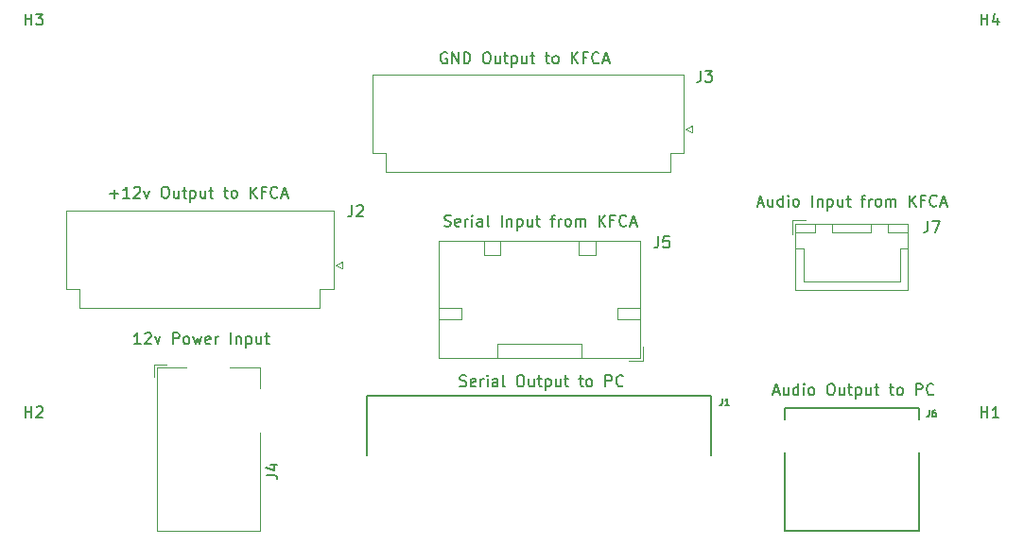
<source format=gbr>
%TF.GenerationSoftware,KiCad,Pcbnew,(5.1.9)-1*%
%TF.CreationDate,2021-04-12T00:41:26-05:00*%
%TF.ProjectId,KFChickenShim,4b464368-6963-46b6-956e-5368696d2e6b,rev?*%
%TF.SameCoordinates,Original*%
%TF.FileFunction,Legend,Top*%
%TF.FilePolarity,Positive*%
%FSLAX46Y46*%
G04 Gerber Fmt 4.6, Leading zero omitted, Abs format (unit mm)*
G04 Created by KiCad (PCBNEW (5.1.9)-1) date 2021-04-12 00:41:26*
%MOMM*%
%LPD*%
G01*
G04 APERTURE LIST*
%ADD10C,0.150000*%
%ADD11C,0.120000*%
%ADD12C,0.203200*%
%ADD13C,0.127000*%
%ADD14R,3.500000X3.500000*%
%ADD15O,1.700000X1.950000*%
%ADD16C,1.800000*%
%ADD17C,2.700000*%
%ADD18C,2.082800*%
%ADD19C,5.283200*%
%ADD20C,1.402080*%
%ADD21C,2.385060*%
%ADD22C,6.400000*%
G04 APERTURE END LIST*
D10*
X48165428Y-128468380D02*
X47594000Y-128468380D01*
X47879714Y-128468380D02*
X47879714Y-127468380D01*
X47784476Y-127611238D01*
X47689238Y-127706476D01*
X47594000Y-127754095D01*
X48546380Y-127563619D02*
X48594000Y-127516000D01*
X48689238Y-127468380D01*
X48927333Y-127468380D01*
X49022571Y-127516000D01*
X49070190Y-127563619D01*
X49117809Y-127658857D01*
X49117809Y-127754095D01*
X49070190Y-127896952D01*
X48498761Y-128468380D01*
X49117809Y-128468380D01*
X49451142Y-127801714D02*
X49689238Y-128468380D01*
X49927333Y-127801714D01*
X51070190Y-128468380D02*
X51070190Y-127468380D01*
X51451142Y-127468380D01*
X51546380Y-127516000D01*
X51594000Y-127563619D01*
X51641619Y-127658857D01*
X51641619Y-127801714D01*
X51594000Y-127896952D01*
X51546380Y-127944571D01*
X51451142Y-127992190D01*
X51070190Y-127992190D01*
X52213047Y-128468380D02*
X52117809Y-128420761D01*
X52070190Y-128373142D01*
X52022571Y-128277904D01*
X52022571Y-127992190D01*
X52070190Y-127896952D01*
X52117809Y-127849333D01*
X52213047Y-127801714D01*
X52355904Y-127801714D01*
X52451142Y-127849333D01*
X52498761Y-127896952D01*
X52546380Y-127992190D01*
X52546380Y-128277904D01*
X52498761Y-128373142D01*
X52451142Y-128420761D01*
X52355904Y-128468380D01*
X52213047Y-128468380D01*
X52879714Y-127801714D02*
X53070190Y-128468380D01*
X53260666Y-127992190D01*
X53451142Y-128468380D01*
X53641619Y-127801714D01*
X54403523Y-128420761D02*
X54308285Y-128468380D01*
X54117809Y-128468380D01*
X54022571Y-128420761D01*
X53974952Y-128325523D01*
X53974952Y-127944571D01*
X54022571Y-127849333D01*
X54117809Y-127801714D01*
X54308285Y-127801714D01*
X54403523Y-127849333D01*
X54451142Y-127944571D01*
X54451142Y-128039809D01*
X53974952Y-128135047D01*
X54879714Y-128468380D02*
X54879714Y-127801714D01*
X54879714Y-127992190D02*
X54927333Y-127896952D01*
X54974952Y-127849333D01*
X55070190Y-127801714D01*
X55165428Y-127801714D01*
X56260666Y-128468380D02*
X56260666Y-127468380D01*
X56736857Y-127801714D02*
X56736857Y-128468380D01*
X56736857Y-127896952D02*
X56784476Y-127849333D01*
X56879714Y-127801714D01*
X57022571Y-127801714D01*
X57117809Y-127849333D01*
X57165428Y-127944571D01*
X57165428Y-128468380D01*
X57641619Y-127801714D02*
X57641619Y-128801714D01*
X57641619Y-127849333D02*
X57736857Y-127801714D01*
X57927333Y-127801714D01*
X58022571Y-127849333D01*
X58070190Y-127896952D01*
X58117809Y-127992190D01*
X58117809Y-128277904D01*
X58070190Y-128373142D01*
X58022571Y-128420761D01*
X57927333Y-128468380D01*
X57736857Y-128468380D01*
X57641619Y-128420761D01*
X58974952Y-127801714D02*
X58974952Y-128468380D01*
X58546380Y-127801714D02*
X58546380Y-128325523D01*
X58594000Y-128420761D01*
X58689238Y-128468380D01*
X58832095Y-128468380D01*
X58927333Y-128420761D01*
X58974952Y-128373142D01*
X59308285Y-127801714D02*
X59689238Y-127801714D01*
X59451142Y-127468380D02*
X59451142Y-128325523D01*
X59498761Y-128420761D01*
X59594000Y-128468380D01*
X59689238Y-128468380D01*
X76764476Y-132230761D02*
X76907333Y-132278380D01*
X77145428Y-132278380D01*
X77240666Y-132230761D01*
X77288285Y-132183142D01*
X77335904Y-132087904D01*
X77335904Y-131992666D01*
X77288285Y-131897428D01*
X77240666Y-131849809D01*
X77145428Y-131802190D01*
X76954952Y-131754571D01*
X76859714Y-131706952D01*
X76812095Y-131659333D01*
X76764476Y-131564095D01*
X76764476Y-131468857D01*
X76812095Y-131373619D01*
X76859714Y-131326000D01*
X76954952Y-131278380D01*
X77193047Y-131278380D01*
X77335904Y-131326000D01*
X78145428Y-132230761D02*
X78050190Y-132278380D01*
X77859714Y-132278380D01*
X77764476Y-132230761D01*
X77716857Y-132135523D01*
X77716857Y-131754571D01*
X77764476Y-131659333D01*
X77859714Y-131611714D01*
X78050190Y-131611714D01*
X78145428Y-131659333D01*
X78193047Y-131754571D01*
X78193047Y-131849809D01*
X77716857Y-131945047D01*
X78621619Y-132278380D02*
X78621619Y-131611714D01*
X78621619Y-131802190D02*
X78669238Y-131706952D01*
X78716857Y-131659333D01*
X78812095Y-131611714D01*
X78907333Y-131611714D01*
X79240666Y-132278380D02*
X79240666Y-131611714D01*
X79240666Y-131278380D02*
X79193047Y-131326000D01*
X79240666Y-131373619D01*
X79288285Y-131326000D01*
X79240666Y-131278380D01*
X79240666Y-131373619D01*
X80145428Y-132278380D02*
X80145428Y-131754571D01*
X80097809Y-131659333D01*
X80002571Y-131611714D01*
X79812095Y-131611714D01*
X79716857Y-131659333D01*
X80145428Y-132230761D02*
X80050190Y-132278380D01*
X79812095Y-132278380D01*
X79716857Y-132230761D01*
X79669238Y-132135523D01*
X79669238Y-132040285D01*
X79716857Y-131945047D01*
X79812095Y-131897428D01*
X80050190Y-131897428D01*
X80145428Y-131849809D01*
X80764476Y-132278380D02*
X80669238Y-132230761D01*
X80621619Y-132135523D01*
X80621619Y-131278380D01*
X82097809Y-131278380D02*
X82288285Y-131278380D01*
X82383523Y-131326000D01*
X82478761Y-131421238D01*
X82526380Y-131611714D01*
X82526380Y-131945047D01*
X82478761Y-132135523D01*
X82383523Y-132230761D01*
X82288285Y-132278380D01*
X82097809Y-132278380D01*
X82002571Y-132230761D01*
X81907333Y-132135523D01*
X81859714Y-131945047D01*
X81859714Y-131611714D01*
X81907333Y-131421238D01*
X82002571Y-131326000D01*
X82097809Y-131278380D01*
X83383523Y-131611714D02*
X83383523Y-132278380D01*
X82954952Y-131611714D02*
X82954952Y-132135523D01*
X83002571Y-132230761D01*
X83097809Y-132278380D01*
X83240666Y-132278380D01*
X83335904Y-132230761D01*
X83383523Y-132183142D01*
X83716857Y-131611714D02*
X84097809Y-131611714D01*
X83859714Y-131278380D02*
X83859714Y-132135523D01*
X83907333Y-132230761D01*
X84002571Y-132278380D01*
X84097809Y-132278380D01*
X84431142Y-131611714D02*
X84431142Y-132611714D01*
X84431142Y-131659333D02*
X84526380Y-131611714D01*
X84716857Y-131611714D01*
X84812095Y-131659333D01*
X84859714Y-131706952D01*
X84907333Y-131802190D01*
X84907333Y-132087904D01*
X84859714Y-132183142D01*
X84812095Y-132230761D01*
X84716857Y-132278380D01*
X84526380Y-132278380D01*
X84431142Y-132230761D01*
X85764476Y-131611714D02*
X85764476Y-132278380D01*
X85335904Y-131611714D02*
X85335904Y-132135523D01*
X85383523Y-132230761D01*
X85478761Y-132278380D01*
X85621619Y-132278380D01*
X85716857Y-132230761D01*
X85764476Y-132183142D01*
X86097809Y-131611714D02*
X86478761Y-131611714D01*
X86240666Y-131278380D02*
X86240666Y-132135523D01*
X86288285Y-132230761D01*
X86383523Y-132278380D01*
X86478761Y-132278380D01*
X87431142Y-131611714D02*
X87812095Y-131611714D01*
X87574000Y-131278380D02*
X87574000Y-132135523D01*
X87621619Y-132230761D01*
X87716857Y-132278380D01*
X87812095Y-132278380D01*
X88288285Y-132278380D02*
X88193047Y-132230761D01*
X88145428Y-132183142D01*
X88097809Y-132087904D01*
X88097809Y-131802190D01*
X88145428Y-131706952D01*
X88193047Y-131659333D01*
X88288285Y-131611714D01*
X88431142Y-131611714D01*
X88526380Y-131659333D01*
X88574000Y-131706952D01*
X88621619Y-131802190D01*
X88621619Y-132087904D01*
X88574000Y-132183142D01*
X88526380Y-132230761D01*
X88431142Y-132278380D01*
X88288285Y-132278380D01*
X89812095Y-132278380D02*
X89812095Y-131278380D01*
X90193047Y-131278380D01*
X90288285Y-131326000D01*
X90335904Y-131373619D01*
X90383523Y-131468857D01*
X90383523Y-131611714D01*
X90335904Y-131706952D01*
X90288285Y-131754571D01*
X90193047Y-131802190D01*
X89812095Y-131802190D01*
X91383523Y-132183142D02*
X91335904Y-132230761D01*
X91193047Y-132278380D01*
X91097809Y-132278380D01*
X90954952Y-132230761D01*
X90859714Y-132135523D01*
X90812095Y-132040285D01*
X90764476Y-131849809D01*
X90764476Y-131706952D01*
X90812095Y-131516476D01*
X90859714Y-131421238D01*
X90954952Y-131326000D01*
X91097809Y-131278380D01*
X91193047Y-131278380D01*
X91335904Y-131326000D01*
X91383523Y-131373619D01*
X75375571Y-117879761D02*
X75518428Y-117927380D01*
X75756523Y-117927380D01*
X75851761Y-117879761D01*
X75899380Y-117832142D01*
X75947000Y-117736904D01*
X75947000Y-117641666D01*
X75899380Y-117546428D01*
X75851761Y-117498809D01*
X75756523Y-117451190D01*
X75566047Y-117403571D01*
X75470809Y-117355952D01*
X75423190Y-117308333D01*
X75375571Y-117213095D01*
X75375571Y-117117857D01*
X75423190Y-117022619D01*
X75470809Y-116975000D01*
X75566047Y-116927380D01*
X75804142Y-116927380D01*
X75947000Y-116975000D01*
X76756523Y-117879761D02*
X76661285Y-117927380D01*
X76470809Y-117927380D01*
X76375571Y-117879761D01*
X76327952Y-117784523D01*
X76327952Y-117403571D01*
X76375571Y-117308333D01*
X76470809Y-117260714D01*
X76661285Y-117260714D01*
X76756523Y-117308333D01*
X76804142Y-117403571D01*
X76804142Y-117498809D01*
X76327952Y-117594047D01*
X77232714Y-117927380D02*
X77232714Y-117260714D01*
X77232714Y-117451190D02*
X77280333Y-117355952D01*
X77327952Y-117308333D01*
X77423190Y-117260714D01*
X77518428Y-117260714D01*
X77851761Y-117927380D02*
X77851761Y-117260714D01*
X77851761Y-116927380D02*
X77804142Y-116975000D01*
X77851761Y-117022619D01*
X77899380Y-116975000D01*
X77851761Y-116927380D01*
X77851761Y-117022619D01*
X78756523Y-117927380D02*
X78756523Y-117403571D01*
X78708904Y-117308333D01*
X78613666Y-117260714D01*
X78423190Y-117260714D01*
X78327952Y-117308333D01*
X78756523Y-117879761D02*
X78661285Y-117927380D01*
X78423190Y-117927380D01*
X78327952Y-117879761D01*
X78280333Y-117784523D01*
X78280333Y-117689285D01*
X78327952Y-117594047D01*
X78423190Y-117546428D01*
X78661285Y-117546428D01*
X78756523Y-117498809D01*
X79375571Y-117927380D02*
X79280333Y-117879761D01*
X79232714Y-117784523D01*
X79232714Y-116927380D01*
X80518428Y-117927380D02*
X80518428Y-116927380D01*
X80994619Y-117260714D02*
X80994619Y-117927380D01*
X80994619Y-117355952D02*
X81042238Y-117308333D01*
X81137476Y-117260714D01*
X81280333Y-117260714D01*
X81375571Y-117308333D01*
X81423190Y-117403571D01*
X81423190Y-117927380D01*
X81899380Y-117260714D02*
X81899380Y-118260714D01*
X81899380Y-117308333D02*
X81994619Y-117260714D01*
X82185095Y-117260714D01*
X82280333Y-117308333D01*
X82327952Y-117355952D01*
X82375571Y-117451190D01*
X82375571Y-117736904D01*
X82327952Y-117832142D01*
X82280333Y-117879761D01*
X82185095Y-117927380D01*
X81994619Y-117927380D01*
X81899380Y-117879761D01*
X83232714Y-117260714D02*
X83232714Y-117927380D01*
X82804142Y-117260714D02*
X82804142Y-117784523D01*
X82851761Y-117879761D01*
X82947000Y-117927380D01*
X83089857Y-117927380D01*
X83185095Y-117879761D01*
X83232714Y-117832142D01*
X83566047Y-117260714D02*
X83947000Y-117260714D01*
X83708904Y-116927380D02*
X83708904Y-117784523D01*
X83756523Y-117879761D01*
X83851761Y-117927380D01*
X83947000Y-117927380D01*
X84899380Y-117260714D02*
X85280333Y-117260714D01*
X85042238Y-117927380D02*
X85042238Y-117070238D01*
X85089857Y-116975000D01*
X85185095Y-116927380D01*
X85280333Y-116927380D01*
X85613666Y-117927380D02*
X85613666Y-117260714D01*
X85613666Y-117451190D02*
X85661285Y-117355952D01*
X85708904Y-117308333D01*
X85804142Y-117260714D01*
X85899380Y-117260714D01*
X86375571Y-117927380D02*
X86280333Y-117879761D01*
X86232714Y-117832142D01*
X86185095Y-117736904D01*
X86185095Y-117451190D01*
X86232714Y-117355952D01*
X86280333Y-117308333D01*
X86375571Y-117260714D01*
X86518428Y-117260714D01*
X86613666Y-117308333D01*
X86661285Y-117355952D01*
X86708904Y-117451190D01*
X86708904Y-117736904D01*
X86661285Y-117832142D01*
X86613666Y-117879761D01*
X86518428Y-117927380D01*
X86375571Y-117927380D01*
X87137476Y-117927380D02*
X87137476Y-117260714D01*
X87137476Y-117355952D02*
X87185095Y-117308333D01*
X87280333Y-117260714D01*
X87423190Y-117260714D01*
X87518428Y-117308333D01*
X87566047Y-117403571D01*
X87566047Y-117927380D01*
X87566047Y-117403571D02*
X87613666Y-117308333D01*
X87708904Y-117260714D01*
X87851761Y-117260714D01*
X87947000Y-117308333D01*
X87994619Y-117403571D01*
X87994619Y-117927380D01*
X89232714Y-117927380D02*
X89232714Y-116927380D01*
X89804142Y-117927380D02*
X89375571Y-117355952D01*
X89804142Y-116927380D02*
X89232714Y-117498809D01*
X90566047Y-117403571D02*
X90232714Y-117403571D01*
X90232714Y-117927380D02*
X90232714Y-116927380D01*
X90708904Y-116927380D01*
X91661285Y-117832142D02*
X91613666Y-117879761D01*
X91470809Y-117927380D01*
X91375571Y-117927380D01*
X91232714Y-117879761D01*
X91137476Y-117784523D01*
X91089857Y-117689285D01*
X91042238Y-117498809D01*
X91042238Y-117355952D01*
X91089857Y-117165476D01*
X91137476Y-117070238D01*
X91232714Y-116975000D01*
X91375571Y-116927380D01*
X91470809Y-116927380D01*
X91613666Y-116975000D01*
X91661285Y-117022619D01*
X92042238Y-117641666D02*
X92518428Y-117641666D01*
X91947000Y-117927380D02*
X92280333Y-116927380D01*
X92613666Y-117927380D01*
X104847333Y-132754666D02*
X105323523Y-132754666D01*
X104752095Y-133040380D02*
X105085428Y-132040380D01*
X105418761Y-133040380D01*
X106180666Y-132373714D02*
X106180666Y-133040380D01*
X105752095Y-132373714D02*
X105752095Y-132897523D01*
X105799714Y-132992761D01*
X105894952Y-133040380D01*
X106037809Y-133040380D01*
X106133047Y-132992761D01*
X106180666Y-132945142D01*
X107085428Y-133040380D02*
X107085428Y-132040380D01*
X107085428Y-132992761D02*
X106990190Y-133040380D01*
X106799714Y-133040380D01*
X106704476Y-132992761D01*
X106656857Y-132945142D01*
X106609238Y-132849904D01*
X106609238Y-132564190D01*
X106656857Y-132468952D01*
X106704476Y-132421333D01*
X106799714Y-132373714D01*
X106990190Y-132373714D01*
X107085428Y-132421333D01*
X107561619Y-133040380D02*
X107561619Y-132373714D01*
X107561619Y-132040380D02*
X107514000Y-132088000D01*
X107561619Y-132135619D01*
X107609238Y-132088000D01*
X107561619Y-132040380D01*
X107561619Y-132135619D01*
X108180666Y-133040380D02*
X108085428Y-132992761D01*
X108037809Y-132945142D01*
X107990190Y-132849904D01*
X107990190Y-132564190D01*
X108037809Y-132468952D01*
X108085428Y-132421333D01*
X108180666Y-132373714D01*
X108323523Y-132373714D01*
X108418761Y-132421333D01*
X108466380Y-132468952D01*
X108514000Y-132564190D01*
X108514000Y-132849904D01*
X108466380Y-132945142D01*
X108418761Y-132992761D01*
X108323523Y-133040380D01*
X108180666Y-133040380D01*
X109894952Y-132040380D02*
X110085428Y-132040380D01*
X110180666Y-132088000D01*
X110275904Y-132183238D01*
X110323523Y-132373714D01*
X110323523Y-132707047D01*
X110275904Y-132897523D01*
X110180666Y-132992761D01*
X110085428Y-133040380D01*
X109894952Y-133040380D01*
X109799714Y-132992761D01*
X109704476Y-132897523D01*
X109656857Y-132707047D01*
X109656857Y-132373714D01*
X109704476Y-132183238D01*
X109799714Y-132088000D01*
X109894952Y-132040380D01*
X111180666Y-132373714D02*
X111180666Y-133040380D01*
X110752095Y-132373714D02*
X110752095Y-132897523D01*
X110799714Y-132992761D01*
X110894952Y-133040380D01*
X111037809Y-133040380D01*
X111133047Y-132992761D01*
X111180666Y-132945142D01*
X111514000Y-132373714D02*
X111894952Y-132373714D01*
X111656857Y-132040380D02*
X111656857Y-132897523D01*
X111704476Y-132992761D01*
X111799714Y-133040380D01*
X111894952Y-133040380D01*
X112228285Y-132373714D02*
X112228285Y-133373714D01*
X112228285Y-132421333D02*
X112323523Y-132373714D01*
X112514000Y-132373714D01*
X112609238Y-132421333D01*
X112656857Y-132468952D01*
X112704476Y-132564190D01*
X112704476Y-132849904D01*
X112656857Y-132945142D01*
X112609238Y-132992761D01*
X112514000Y-133040380D01*
X112323523Y-133040380D01*
X112228285Y-132992761D01*
X113561619Y-132373714D02*
X113561619Y-133040380D01*
X113133047Y-132373714D02*
X113133047Y-132897523D01*
X113180666Y-132992761D01*
X113275904Y-133040380D01*
X113418761Y-133040380D01*
X113514000Y-132992761D01*
X113561619Y-132945142D01*
X113894952Y-132373714D02*
X114275904Y-132373714D01*
X114037809Y-132040380D02*
X114037809Y-132897523D01*
X114085428Y-132992761D01*
X114180666Y-133040380D01*
X114275904Y-133040380D01*
X115228285Y-132373714D02*
X115609238Y-132373714D01*
X115371142Y-132040380D02*
X115371142Y-132897523D01*
X115418761Y-132992761D01*
X115514000Y-133040380D01*
X115609238Y-133040380D01*
X116085428Y-133040380D02*
X115990190Y-132992761D01*
X115942571Y-132945142D01*
X115894952Y-132849904D01*
X115894952Y-132564190D01*
X115942571Y-132468952D01*
X115990190Y-132421333D01*
X116085428Y-132373714D01*
X116228285Y-132373714D01*
X116323523Y-132421333D01*
X116371142Y-132468952D01*
X116418761Y-132564190D01*
X116418761Y-132849904D01*
X116371142Y-132945142D01*
X116323523Y-132992761D01*
X116228285Y-133040380D01*
X116085428Y-133040380D01*
X117609238Y-133040380D02*
X117609238Y-132040380D01*
X117990190Y-132040380D01*
X118085428Y-132088000D01*
X118133047Y-132135619D01*
X118180666Y-132230857D01*
X118180666Y-132373714D01*
X118133047Y-132468952D01*
X118085428Y-132516571D01*
X117990190Y-132564190D01*
X117609238Y-132564190D01*
X119180666Y-132945142D02*
X119133047Y-132992761D01*
X118990190Y-133040380D01*
X118894952Y-133040380D01*
X118752095Y-132992761D01*
X118656857Y-132897523D01*
X118609238Y-132802285D01*
X118561619Y-132611809D01*
X118561619Y-132468952D01*
X118609238Y-132278476D01*
X118656857Y-132183238D01*
X118752095Y-132088000D01*
X118894952Y-132040380D01*
X118990190Y-132040380D01*
X119133047Y-132088000D01*
X119180666Y-132135619D01*
X103458428Y-115863666D02*
X103934619Y-115863666D01*
X103363190Y-116149380D02*
X103696523Y-115149380D01*
X104029857Y-116149380D01*
X104791761Y-115482714D02*
X104791761Y-116149380D01*
X104363190Y-115482714D02*
X104363190Y-116006523D01*
X104410809Y-116101761D01*
X104506047Y-116149380D01*
X104648904Y-116149380D01*
X104744142Y-116101761D01*
X104791761Y-116054142D01*
X105696523Y-116149380D02*
X105696523Y-115149380D01*
X105696523Y-116101761D02*
X105601285Y-116149380D01*
X105410809Y-116149380D01*
X105315571Y-116101761D01*
X105267952Y-116054142D01*
X105220333Y-115958904D01*
X105220333Y-115673190D01*
X105267952Y-115577952D01*
X105315571Y-115530333D01*
X105410809Y-115482714D01*
X105601285Y-115482714D01*
X105696523Y-115530333D01*
X106172714Y-116149380D02*
X106172714Y-115482714D01*
X106172714Y-115149380D02*
X106125095Y-115197000D01*
X106172714Y-115244619D01*
X106220333Y-115197000D01*
X106172714Y-115149380D01*
X106172714Y-115244619D01*
X106791761Y-116149380D02*
X106696523Y-116101761D01*
X106648904Y-116054142D01*
X106601285Y-115958904D01*
X106601285Y-115673190D01*
X106648904Y-115577952D01*
X106696523Y-115530333D01*
X106791761Y-115482714D01*
X106934619Y-115482714D01*
X107029857Y-115530333D01*
X107077476Y-115577952D01*
X107125095Y-115673190D01*
X107125095Y-115958904D01*
X107077476Y-116054142D01*
X107029857Y-116101761D01*
X106934619Y-116149380D01*
X106791761Y-116149380D01*
X108315571Y-116149380D02*
X108315571Y-115149380D01*
X108791761Y-115482714D02*
X108791761Y-116149380D01*
X108791761Y-115577952D02*
X108839380Y-115530333D01*
X108934619Y-115482714D01*
X109077476Y-115482714D01*
X109172714Y-115530333D01*
X109220333Y-115625571D01*
X109220333Y-116149380D01*
X109696523Y-115482714D02*
X109696523Y-116482714D01*
X109696523Y-115530333D02*
X109791761Y-115482714D01*
X109982238Y-115482714D01*
X110077476Y-115530333D01*
X110125095Y-115577952D01*
X110172714Y-115673190D01*
X110172714Y-115958904D01*
X110125095Y-116054142D01*
X110077476Y-116101761D01*
X109982238Y-116149380D01*
X109791761Y-116149380D01*
X109696523Y-116101761D01*
X111029857Y-115482714D02*
X111029857Y-116149380D01*
X110601285Y-115482714D02*
X110601285Y-116006523D01*
X110648904Y-116101761D01*
X110744142Y-116149380D01*
X110887000Y-116149380D01*
X110982238Y-116101761D01*
X111029857Y-116054142D01*
X111363190Y-115482714D02*
X111744142Y-115482714D01*
X111506047Y-115149380D02*
X111506047Y-116006523D01*
X111553666Y-116101761D01*
X111648904Y-116149380D01*
X111744142Y-116149380D01*
X112696523Y-115482714D02*
X113077476Y-115482714D01*
X112839380Y-116149380D02*
X112839380Y-115292238D01*
X112887000Y-115197000D01*
X112982238Y-115149380D01*
X113077476Y-115149380D01*
X113410809Y-116149380D02*
X113410809Y-115482714D01*
X113410809Y-115673190D02*
X113458428Y-115577952D01*
X113506047Y-115530333D01*
X113601285Y-115482714D01*
X113696523Y-115482714D01*
X114172714Y-116149380D02*
X114077476Y-116101761D01*
X114029857Y-116054142D01*
X113982238Y-115958904D01*
X113982238Y-115673190D01*
X114029857Y-115577952D01*
X114077476Y-115530333D01*
X114172714Y-115482714D01*
X114315571Y-115482714D01*
X114410809Y-115530333D01*
X114458428Y-115577952D01*
X114506047Y-115673190D01*
X114506047Y-115958904D01*
X114458428Y-116054142D01*
X114410809Y-116101761D01*
X114315571Y-116149380D01*
X114172714Y-116149380D01*
X114934619Y-116149380D02*
X114934619Y-115482714D01*
X114934619Y-115577952D02*
X114982238Y-115530333D01*
X115077476Y-115482714D01*
X115220333Y-115482714D01*
X115315571Y-115530333D01*
X115363190Y-115625571D01*
X115363190Y-116149380D01*
X115363190Y-115625571D02*
X115410809Y-115530333D01*
X115506047Y-115482714D01*
X115648904Y-115482714D01*
X115744142Y-115530333D01*
X115791761Y-115625571D01*
X115791761Y-116149380D01*
X117029857Y-116149380D02*
X117029857Y-115149380D01*
X117601285Y-116149380D02*
X117172714Y-115577952D01*
X117601285Y-115149380D02*
X117029857Y-115720809D01*
X118363190Y-115625571D02*
X118029857Y-115625571D01*
X118029857Y-116149380D02*
X118029857Y-115149380D01*
X118506047Y-115149380D01*
X119458428Y-116054142D02*
X119410809Y-116101761D01*
X119267952Y-116149380D01*
X119172714Y-116149380D01*
X119029857Y-116101761D01*
X118934619Y-116006523D01*
X118887000Y-115911285D01*
X118839380Y-115720809D01*
X118839380Y-115577952D01*
X118887000Y-115387476D01*
X118934619Y-115292238D01*
X119029857Y-115197000D01*
X119172714Y-115149380D01*
X119267952Y-115149380D01*
X119410809Y-115197000D01*
X119458428Y-115244619D01*
X119839380Y-115863666D02*
X120315571Y-115863666D01*
X119744142Y-116149380D02*
X120077476Y-115149380D01*
X120410809Y-116149380D01*
X75597619Y-102370000D02*
X75502380Y-102322380D01*
X75359523Y-102322380D01*
X75216666Y-102370000D01*
X75121428Y-102465238D01*
X75073809Y-102560476D01*
X75026190Y-102750952D01*
X75026190Y-102893809D01*
X75073809Y-103084285D01*
X75121428Y-103179523D01*
X75216666Y-103274761D01*
X75359523Y-103322380D01*
X75454761Y-103322380D01*
X75597619Y-103274761D01*
X75645238Y-103227142D01*
X75645238Y-102893809D01*
X75454761Y-102893809D01*
X76073809Y-103322380D02*
X76073809Y-102322380D01*
X76645238Y-103322380D01*
X76645238Y-102322380D01*
X77121428Y-103322380D02*
X77121428Y-102322380D01*
X77359523Y-102322380D01*
X77502380Y-102370000D01*
X77597619Y-102465238D01*
X77645238Y-102560476D01*
X77692857Y-102750952D01*
X77692857Y-102893809D01*
X77645238Y-103084285D01*
X77597619Y-103179523D01*
X77502380Y-103274761D01*
X77359523Y-103322380D01*
X77121428Y-103322380D01*
X79073809Y-102322380D02*
X79264285Y-102322380D01*
X79359523Y-102370000D01*
X79454761Y-102465238D01*
X79502380Y-102655714D01*
X79502380Y-102989047D01*
X79454761Y-103179523D01*
X79359523Y-103274761D01*
X79264285Y-103322380D01*
X79073809Y-103322380D01*
X78978571Y-103274761D01*
X78883333Y-103179523D01*
X78835714Y-102989047D01*
X78835714Y-102655714D01*
X78883333Y-102465238D01*
X78978571Y-102370000D01*
X79073809Y-102322380D01*
X80359523Y-102655714D02*
X80359523Y-103322380D01*
X79930952Y-102655714D02*
X79930952Y-103179523D01*
X79978571Y-103274761D01*
X80073809Y-103322380D01*
X80216666Y-103322380D01*
X80311904Y-103274761D01*
X80359523Y-103227142D01*
X80692857Y-102655714D02*
X81073809Y-102655714D01*
X80835714Y-102322380D02*
X80835714Y-103179523D01*
X80883333Y-103274761D01*
X80978571Y-103322380D01*
X81073809Y-103322380D01*
X81407142Y-102655714D02*
X81407142Y-103655714D01*
X81407142Y-102703333D02*
X81502380Y-102655714D01*
X81692857Y-102655714D01*
X81788095Y-102703333D01*
X81835714Y-102750952D01*
X81883333Y-102846190D01*
X81883333Y-103131904D01*
X81835714Y-103227142D01*
X81788095Y-103274761D01*
X81692857Y-103322380D01*
X81502380Y-103322380D01*
X81407142Y-103274761D01*
X82740476Y-102655714D02*
X82740476Y-103322380D01*
X82311904Y-102655714D02*
X82311904Y-103179523D01*
X82359523Y-103274761D01*
X82454761Y-103322380D01*
X82597619Y-103322380D01*
X82692857Y-103274761D01*
X82740476Y-103227142D01*
X83073809Y-102655714D02*
X83454761Y-102655714D01*
X83216666Y-102322380D02*
X83216666Y-103179523D01*
X83264285Y-103274761D01*
X83359523Y-103322380D01*
X83454761Y-103322380D01*
X84407142Y-102655714D02*
X84788095Y-102655714D01*
X84550000Y-102322380D02*
X84550000Y-103179523D01*
X84597619Y-103274761D01*
X84692857Y-103322380D01*
X84788095Y-103322380D01*
X85264285Y-103322380D02*
X85169047Y-103274761D01*
X85121428Y-103227142D01*
X85073809Y-103131904D01*
X85073809Y-102846190D01*
X85121428Y-102750952D01*
X85169047Y-102703333D01*
X85264285Y-102655714D01*
X85407142Y-102655714D01*
X85502380Y-102703333D01*
X85550000Y-102750952D01*
X85597619Y-102846190D01*
X85597619Y-103131904D01*
X85550000Y-103227142D01*
X85502380Y-103274761D01*
X85407142Y-103322380D01*
X85264285Y-103322380D01*
X86788095Y-103322380D02*
X86788095Y-102322380D01*
X87359523Y-103322380D02*
X86930952Y-102750952D01*
X87359523Y-102322380D02*
X86788095Y-102893809D01*
X88121428Y-102798571D02*
X87788095Y-102798571D01*
X87788095Y-103322380D02*
X87788095Y-102322380D01*
X88264285Y-102322380D01*
X89216666Y-103227142D02*
X89169047Y-103274761D01*
X89026190Y-103322380D01*
X88930952Y-103322380D01*
X88788095Y-103274761D01*
X88692857Y-103179523D01*
X88645238Y-103084285D01*
X88597619Y-102893809D01*
X88597619Y-102750952D01*
X88645238Y-102560476D01*
X88692857Y-102465238D01*
X88788095Y-102370000D01*
X88930952Y-102322380D01*
X89026190Y-102322380D01*
X89169047Y-102370000D01*
X89216666Y-102417619D01*
X89597619Y-103036666D02*
X90073809Y-103036666D01*
X89502380Y-103322380D02*
X89835714Y-102322380D01*
X90169047Y-103322380D01*
X45435238Y-115006428D02*
X46197142Y-115006428D01*
X45816190Y-115387380D02*
X45816190Y-114625476D01*
X47197142Y-115387380D02*
X46625714Y-115387380D01*
X46911428Y-115387380D02*
X46911428Y-114387380D01*
X46816190Y-114530238D01*
X46720952Y-114625476D01*
X46625714Y-114673095D01*
X47578095Y-114482619D02*
X47625714Y-114435000D01*
X47720952Y-114387380D01*
X47959047Y-114387380D01*
X48054285Y-114435000D01*
X48101904Y-114482619D01*
X48149523Y-114577857D01*
X48149523Y-114673095D01*
X48101904Y-114815952D01*
X47530476Y-115387380D01*
X48149523Y-115387380D01*
X48482857Y-114720714D02*
X48720952Y-115387380D01*
X48959047Y-114720714D01*
X50292380Y-114387380D02*
X50482857Y-114387380D01*
X50578095Y-114435000D01*
X50673333Y-114530238D01*
X50720952Y-114720714D01*
X50720952Y-115054047D01*
X50673333Y-115244523D01*
X50578095Y-115339761D01*
X50482857Y-115387380D01*
X50292380Y-115387380D01*
X50197142Y-115339761D01*
X50101904Y-115244523D01*
X50054285Y-115054047D01*
X50054285Y-114720714D01*
X50101904Y-114530238D01*
X50197142Y-114435000D01*
X50292380Y-114387380D01*
X51578095Y-114720714D02*
X51578095Y-115387380D01*
X51149523Y-114720714D02*
X51149523Y-115244523D01*
X51197142Y-115339761D01*
X51292380Y-115387380D01*
X51435238Y-115387380D01*
X51530476Y-115339761D01*
X51578095Y-115292142D01*
X51911428Y-114720714D02*
X52292380Y-114720714D01*
X52054285Y-114387380D02*
X52054285Y-115244523D01*
X52101904Y-115339761D01*
X52197142Y-115387380D01*
X52292380Y-115387380D01*
X52625714Y-114720714D02*
X52625714Y-115720714D01*
X52625714Y-114768333D02*
X52720952Y-114720714D01*
X52911428Y-114720714D01*
X53006666Y-114768333D01*
X53054285Y-114815952D01*
X53101904Y-114911190D01*
X53101904Y-115196904D01*
X53054285Y-115292142D01*
X53006666Y-115339761D01*
X52911428Y-115387380D01*
X52720952Y-115387380D01*
X52625714Y-115339761D01*
X53959047Y-114720714D02*
X53959047Y-115387380D01*
X53530476Y-114720714D02*
X53530476Y-115244523D01*
X53578095Y-115339761D01*
X53673333Y-115387380D01*
X53816190Y-115387380D01*
X53911428Y-115339761D01*
X53959047Y-115292142D01*
X54292380Y-114720714D02*
X54673333Y-114720714D01*
X54435238Y-114387380D02*
X54435238Y-115244523D01*
X54482857Y-115339761D01*
X54578095Y-115387380D01*
X54673333Y-115387380D01*
X55625714Y-114720714D02*
X56006666Y-114720714D01*
X55768571Y-114387380D02*
X55768571Y-115244523D01*
X55816190Y-115339761D01*
X55911428Y-115387380D01*
X56006666Y-115387380D01*
X56482857Y-115387380D02*
X56387619Y-115339761D01*
X56340000Y-115292142D01*
X56292380Y-115196904D01*
X56292380Y-114911190D01*
X56340000Y-114815952D01*
X56387619Y-114768333D01*
X56482857Y-114720714D01*
X56625714Y-114720714D01*
X56720952Y-114768333D01*
X56768571Y-114815952D01*
X56816190Y-114911190D01*
X56816190Y-115196904D01*
X56768571Y-115292142D01*
X56720952Y-115339761D01*
X56625714Y-115387380D01*
X56482857Y-115387380D01*
X58006666Y-115387380D02*
X58006666Y-114387380D01*
X58578095Y-115387380D02*
X58149523Y-114815952D01*
X58578095Y-114387380D02*
X58006666Y-114958809D01*
X59340000Y-114863571D02*
X59006666Y-114863571D01*
X59006666Y-115387380D02*
X59006666Y-114387380D01*
X59482857Y-114387380D01*
X60435238Y-115292142D02*
X60387619Y-115339761D01*
X60244761Y-115387380D01*
X60149523Y-115387380D01*
X60006666Y-115339761D01*
X59911428Y-115244523D01*
X59863809Y-115149285D01*
X59816190Y-114958809D01*
X59816190Y-114815952D01*
X59863809Y-114625476D01*
X59911428Y-114530238D01*
X60006666Y-114435000D01*
X60149523Y-114387380D01*
X60244761Y-114387380D01*
X60387619Y-114435000D01*
X60435238Y-114482619D01*
X60816190Y-115101666D02*
X61292380Y-115101666D01*
X60720952Y-115387380D02*
X61054285Y-114387380D01*
X61387619Y-115387380D01*
D11*
%TO.C,J4*%
X49629000Y-130545000D02*
X52229000Y-130545000D01*
X49629000Y-145245000D02*
X49629000Y-130545000D01*
X58829000Y-130545000D02*
X58829000Y-132445000D01*
X56129000Y-130545000D02*
X58829000Y-130545000D01*
X58829000Y-145245000D02*
X49629000Y-145245000D01*
X58829000Y-136445000D02*
X58829000Y-145245000D01*
X49429000Y-131395000D02*
X49429000Y-130345000D01*
X50479000Y-130345000D02*
X49429000Y-130345000D01*
%TO.C,J7*%
X106787000Y-117682000D02*
X106787000Y-123652000D01*
X106787000Y-123652000D02*
X116907000Y-123652000D01*
X116907000Y-123652000D02*
X116907000Y-117682000D01*
X116907000Y-117682000D02*
X106787000Y-117682000D01*
X110097000Y-117692000D02*
X110097000Y-118442000D01*
X110097000Y-118442000D02*
X113597000Y-118442000D01*
X113597000Y-118442000D02*
X113597000Y-117692000D01*
X113597000Y-117692000D02*
X110097000Y-117692000D01*
X106797000Y-117692000D02*
X106797000Y-118442000D01*
X106797000Y-118442000D02*
X108597000Y-118442000D01*
X108597000Y-118442000D02*
X108597000Y-117692000D01*
X108597000Y-117692000D02*
X106797000Y-117692000D01*
X115097000Y-117692000D02*
X115097000Y-118442000D01*
X115097000Y-118442000D02*
X116897000Y-118442000D01*
X116897000Y-118442000D02*
X116897000Y-117692000D01*
X116897000Y-117692000D02*
X115097000Y-117692000D01*
X106797000Y-119942000D02*
X107547000Y-119942000D01*
X107547000Y-119942000D02*
X107547000Y-122892000D01*
X107547000Y-122892000D02*
X111847000Y-122892000D01*
X116897000Y-119942000D02*
X116147000Y-119942000D01*
X116147000Y-119942000D02*
X116147000Y-122892000D01*
X116147000Y-122892000D02*
X111847000Y-122892000D01*
X107747000Y-117392000D02*
X106497000Y-117392000D01*
X106497000Y-117392000D02*
X106497000Y-118642000D01*
%TO.C,J5*%
X93150000Y-129980000D02*
X93150000Y-128730000D01*
X91900000Y-129980000D02*
X93150000Y-129980000D01*
X76900000Y-125230000D02*
X74900000Y-125230000D01*
X76900000Y-126230000D02*
X76900000Y-125230000D01*
X74900000Y-126230000D02*
X76900000Y-126230000D01*
X90900000Y-125230000D02*
X92900000Y-125230000D01*
X90900000Y-126230000D02*
X90900000Y-125230000D01*
X92900000Y-126230000D02*
X90900000Y-126230000D01*
X88900000Y-120480000D02*
X88900000Y-119230000D01*
X87400000Y-120480000D02*
X88900000Y-120480000D01*
X87400000Y-119230000D02*
X87400000Y-120480000D01*
X78900000Y-120480000D02*
X78900000Y-119230000D01*
X80400000Y-120480000D02*
X78900000Y-120480000D01*
X80400000Y-119230000D02*
X80400000Y-120480000D01*
X87650000Y-128480000D02*
X87650000Y-129730000D01*
X80150000Y-128480000D02*
X87650000Y-128480000D01*
X80150000Y-129730000D02*
X80150000Y-128480000D01*
X74900000Y-129730000D02*
X92900000Y-129730000D01*
X74900000Y-119230000D02*
X74900000Y-129730000D01*
X92900000Y-119230000D02*
X74900000Y-119230000D01*
X92900000Y-129730000D02*
X92900000Y-119230000D01*
%TO.C,J3*%
X96802000Y-104310000D02*
X96802000Y-111330000D01*
X96802000Y-111330000D02*
X95602000Y-111330000D01*
X95602000Y-111330000D02*
X95602000Y-113030000D01*
X95602000Y-113030000D02*
X70122000Y-113030000D01*
X70122000Y-113030000D02*
X70122000Y-111330000D01*
X70122000Y-111330000D02*
X68922000Y-111330000D01*
X68922000Y-111330000D02*
X68922000Y-104310000D01*
X68922000Y-104310000D02*
X96802000Y-104310000D01*
X97002000Y-109220000D02*
X97602000Y-108920000D01*
X97602000Y-108920000D02*
X97602000Y-109520000D01*
X97602000Y-109520000D02*
X97002000Y-109220000D01*
%TO.C,J2*%
X65433000Y-116502000D02*
X65433000Y-123522000D01*
X65433000Y-123522000D02*
X64233000Y-123522000D01*
X64233000Y-123522000D02*
X64233000Y-125222000D01*
X64233000Y-125222000D02*
X42713000Y-125222000D01*
X42713000Y-125222000D02*
X42713000Y-123522000D01*
X42713000Y-123522000D02*
X41513000Y-123522000D01*
X41513000Y-123522000D02*
X41513000Y-116502000D01*
X41513000Y-116502000D02*
X65433000Y-116502000D01*
X65633000Y-121412000D02*
X66233000Y-121112000D01*
X66233000Y-121112000D02*
X66233000Y-121712000D01*
X66233000Y-121712000D02*
X65633000Y-121412000D01*
D12*
%TO.C,J1*%
X99217480Y-133090920D02*
X99217480Y-138430000D01*
X68422520Y-133090920D02*
X68422520Y-138430000D01*
X99217480Y-133090920D02*
X68422520Y-133090920D01*
%TO.C,J6*%
X117886480Y-134233920D02*
X117886480Y-135232140D01*
X117886480Y-145229580D02*
X117886480Y-138234420D01*
X105887520Y-145229580D02*
X117886480Y-145229580D01*
X105887520Y-134233920D02*
X105887520Y-135232140D01*
X105887520Y-145229580D02*
X105887520Y-138234420D01*
X105887520Y-134233920D02*
X117886480Y-134233920D01*
%TO.C,J4*%
D10*
X59431380Y-140228333D02*
X60145666Y-140228333D01*
X60288523Y-140275952D01*
X60383761Y-140371190D01*
X60431380Y-140514047D01*
X60431380Y-140609285D01*
X59764714Y-139323571D02*
X60431380Y-139323571D01*
X59383761Y-139561666D02*
X60098047Y-139799761D01*
X60098047Y-139180714D01*
%TO.C,J7*%
X118665666Y-117435380D02*
X118665666Y-118149666D01*
X118618047Y-118292523D01*
X118522809Y-118387761D01*
X118379952Y-118435380D01*
X118284714Y-118435380D01*
X119046619Y-117435380D02*
X119713285Y-117435380D01*
X119284714Y-118435380D01*
%TO.C,J5*%
X94535666Y-118832380D02*
X94535666Y-119546666D01*
X94488047Y-119689523D01*
X94392809Y-119784761D01*
X94249952Y-119832380D01*
X94154714Y-119832380D01*
X95488047Y-118832380D02*
X95011857Y-118832380D01*
X94964238Y-119308571D01*
X95011857Y-119260952D01*
X95107095Y-119213333D01*
X95345190Y-119213333D01*
X95440428Y-119260952D01*
X95488047Y-119308571D01*
X95535666Y-119403809D01*
X95535666Y-119641904D01*
X95488047Y-119737142D01*
X95440428Y-119784761D01*
X95345190Y-119832380D01*
X95107095Y-119832380D01*
X95011857Y-119784761D01*
X94964238Y-119737142D01*
%TO.C,J3*%
X98345666Y-103973380D02*
X98345666Y-104687666D01*
X98298047Y-104830523D01*
X98202809Y-104925761D01*
X98059952Y-104973380D01*
X97964714Y-104973380D01*
X98726619Y-103973380D02*
X99345666Y-103973380D01*
X99012333Y-104354333D01*
X99155190Y-104354333D01*
X99250428Y-104401952D01*
X99298047Y-104449571D01*
X99345666Y-104544809D01*
X99345666Y-104782904D01*
X99298047Y-104878142D01*
X99250428Y-104925761D01*
X99155190Y-104973380D01*
X98869476Y-104973380D01*
X98774238Y-104925761D01*
X98726619Y-104878142D01*
%TO.C,J2*%
X67103666Y-116038380D02*
X67103666Y-116752666D01*
X67056047Y-116895523D01*
X66960809Y-116990761D01*
X66817952Y-117038380D01*
X66722714Y-117038380D01*
X67532238Y-116133619D02*
X67579857Y-116086000D01*
X67675095Y-116038380D01*
X67913190Y-116038380D01*
X68008428Y-116086000D01*
X68056047Y-116133619D01*
X68103666Y-116228857D01*
X68103666Y-116324095D01*
X68056047Y-116466952D01*
X67484619Y-117038380D01*
X68103666Y-117038380D01*
%TO.C,J1*%
D13*
X100253800Y-133397171D02*
X100253800Y-133832600D01*
X100224771Y-133919685D01*
X100166714Y-133977742D01*
X100079628Y-134006771D01*
X100021571Y-134006771D01*
X100863400Y-134006771D02*
X100515057Y-134006771D01*
X100689228Y-134006771D02*
X100689228Y-133397171D01*
X100631171Y-133484257D01*
X100573114Y-133542314D01*
X100515057Y-133571342D01*
%TO.C,J6*%
X118795800Y-134413171D02*
X118795800Y-134848600D01*
X118766771Y-134935685D01*
X118708714Y-134993742D01*
X118621628Y-135022771D01*
X118563571Y-135022771D01*
X119347342Y-134413171D02*
X119231228Y-134413171D01*
X119173171Y-134442200D01*
X119144142Y-134471228D01*
X119086085Y-134558314D01*
X119057057Y-134674428D01*
X119057057Y-134906657D01*
X119086085Y-134964714D01*
X119115114Y-134993742D01*
X119173171Y-135022771D01*
X119289285Y-135022771D01*
X119347342Y-134993742D01*
X119376371Y-134964714D01*
X119405400Y-134906657D01*
X119405400Y-134761514D01*
X119376371Y-134703457D01*
X119347342Y-134674428D01*
X119289285Y-134645400D01*
X119173171Y-134645400D01*
X119115114Y-134674428D01*
X119086085Y-134703457D01*
X119057057Y-134761514D01*
%TO.C,H4*%
D10*
X123444095Y-99884380D02*
X123444095Y-98884380D01*
X123444095Y-99360571D02*
X124015523Y-99360571D01*
X124015523Y-99884380D02*
X124015523Y-98884380D01*
X124920285Y-99217714D02*
X124920285Y-99884380D01*
X124682190Y-98836761D02*
X124444095Y-99551047D01*
X125063142Y-99551047D01*
%TO.C,H3*%
X37846095Y-99884380D02*
X37846095Y-98884380D01*
X37846095Y-99360571D02*
X38417523Y-99360571D01*
X38417523Y-99884380D02*
X38417523Y-98884380D01*
X38798476Y-98884380D02*
X39417523Y-98884380D01*
X39084190Y-99265333D01*
X39227047Y-99265333D01*
X39322285Y-99312952D01*
X39369904Y-99360571D01*
X39417523Y-99455809D01*
X39417523Y-99693904D01*
X39369904Y-99789142D01*
X39322285Y-99836761D01*
X39227047Y-99884380D01*
X38941333Y-99884380D01*
X38846095Y-99836761D01*
X38798476Y-99789142D01*
%TO.C,H2*%
X37846095Y-135063380D02*
X37846095Y-134063380D01*
X37846095Y-134539571D02*
X38417523Y-134539571D01*
X38417523Y-135063380D02*
X38417523Y-134063380D01*
X38846095Y-134158619D02*
X38893714Y-134111000D01*
X38988952Y-134063380D01*
X39227047Y-134063380D01*
X39322285Y-134111000D01*
X39369904Y-134158619D01*
X39417523Y-134253857D01*
X39417523Y-134349095D01*
X39369904Y-134491952D01*
X38798476Y-135063380D01*
X39417523Y-135063380D01*
%TO.C,H1*%
X123444095Y-135063380D02*
X123444095Y-134063380D01*
X123444095Y-134539571D02*
X124015523Y-134539571D01*
X124015523Y-135063380D02*
X124015523Y-134063380D01*
X125015523Y-135063380D02*
X124444095Y-135063380D01*
X124729809Y-135063380D02*
X124729809Y-134063380D01*
X124634571Y-134206238D01*
X124539333Y-134301476D01*
X124444095Y-134349095D01*
%TD*%
%LPC*%
%TO.C,J4*%
G36*
G01*
X59804000Y-136195000D02*
X58054000Y-136195000D01*
G75*
G02*
X57179000Y-135320000I0J875000D01*
G01*
X57179000Y-133570000D01*
G75*
G02*
X58054000Y-132695000I875000J0D01*
G01*
X59804000Y-132695000D01*
G75*
G02*
X60679000Y-133570000I0J-875000D01*
G01*
X60679000Y-135320000D01*
G75*
G02*
X59804000Y-136195000I-875000J0D01*
G01*
G37*
G36*
G01*
X55229000Y-138945000D02*
X53229000Y-138945000D01*
G75*
G02*
X52479000Y-138195000I0J750000D01*
G01*
X52479000Y-136695000D01*
G75*
G02*
X53229000Y-135945000I750000J0D01*
G01*
X55229000Y-135945000D01*
G75*
G02*
X55979000Y-136695000I0J-750000D01*
G01*
X55979000Y-138195000D01*
G75*
G02*
X55229000Y-138945000I-750000J0D01*
G01*
G37*
D14*
X54229000Y-131445000D03*
%TD*%
D15*
%TO.C,J7*%
X114347000Y-120142000D03*
X111847000Y-120142000D03*
G36*
G01*
X108497000Y-120867000D02*
X108497000Y-119417000D01*
G75*
G02*
X108747000Y-119167000I250000J0D01*
G01*
X109947000Y-119167000D01*
G75*
G02*
X110197000Y-119417000I0J-250000D01*
G01*
X110197000Y-120867000D01*
G75*
G02*
X109947000Y-121117000I-250000J0D01*
G01*
X108747000Y-121117000D01*
G75*
G02*
X108497000Y-120867000I0J250000D01*
G01*
G37*
%TD*%
D16*
%TO.C,J5*%
X81400000Y-123230000D03*
X81400000Y-125730000D03*
X83900000Y-123230000D03*
X83900000Y-125730000D03*
X86400000Y-123230000D03*
X86400000Y-125730000D03*
X88900000Y-123230000D03*
G36*
G01*
X89800000Y-125100000D02*
X89800000Y-126360000D01*
G75*
G02*
X89530000Y-126630000I-270000J0D01*
G01*
X88270000Y-126630000D01*
G75*
G02*
X88000000Y-126360000I0J270000D01*
G01*
X88000000Y-125100000D01*
G75*
G02*
X88270000Y-124830000I270000J0D01*
G01*
X89530000Y-124830000D01*
G75*
G02*
X89800000Y-125100000I0J-270000D01*
G01*
G37*
X78900000Y-125730000D03*
X78900000Y-123230000D03*
%TD*%
D17*
%TO.C,J3*%
X70982000Y-109220000D03*
X74942000Y-109220000D03*
X78902000Y-109220000D03*
X82862000Y-109220000D03*
X86822000Y-109220000D03*
X90782000Y-109220000D03*
G36*
G01*
X96092000Y-108120001D02*
X96092000Y-110319999D01*
G75*
G02*
X95841999Y-110570000I-250001J0D01*
G01*
X93642001Y-110570000D01*
G75*
G02*
X93392000Y-110319999I0J250001D01*
G01*
X93392000Y-108120001D01*
G75*
G02*
X93642001Y-107870000I250001J0D01*
G01*
X95841999Y-107870000D01*
G75*
G02*
X96092000Y-108120001I0J-250001D01*
G01*
G37*
%TD*%
%TO.C,J2*%
X43573000Y-121412000D03*
X47533000Y-121412000D03*
X51493000Y-121412000D03*
X55453000Y-121412000D03*
X59413000Y-121412000D03*
G36*
G01*
X64723000Y-120312001D02*
X64723000Y-122511999D01*
G75*
G02*
X64472999Y-122762000I-250001J0D01*
G01*
X62273001Y-122762000D01*
G75*
G02*
X62023000Y-122511999I0J250001D01*
G01*
X62023000Y-120312001D01*
G75*
G02*
X62273001Y-120062000I250001J0D01*
G01*
X64472999Y-120062000D01*
G75*
G02*
X64723000Y-120312001I0J-250001D01*
G01*
G37*
%TD*%
%TO.C,J1*%
G36*
G01*
X90401140Y-133530340D02*
X90401140Y-135409940D01*
G75*
G02*
X90299540Y-135511540I-101600J0D01*
G01*
X88419940Y-135511540D01*
G75*
G02*
X88318340Y-135409940I0J101600D01*
G01*
X88318340Y-133530340D01*
G75*
G02*
X88419940Y-133428740I101600J0D01*
G01*
X90299540Y-133428740D01*
G75*
G02*
X90401140Y-133530340I0J-101600D01*
G01*
G37*
D18*
X86588600Y-134470140D03*
X83820000Y-134470140D03*
X81051400Y-134470140D03*
X78280260Y-134470140D03*
X87967820Y-137309860D03*
X85199220Y-137309860D03*
X82440780Y-137309860D03*
X79672180Y-137309860D03*
D19*
X96319340Y-135890000D03*
X71320660Y-135890000D03*
%TD*%
D20*
%TO.C,J6*%
X111887000Y-136733280D03*
X116885720Y-141732000D03*
X116885720Y-144231360D03*
X106888280Y-144231360D03*
X106888280Y-141732000D03*
D21*
X114386360Y-136733280D03*
X116885720Y-136733280D03*
X111887000Y-141732000D03*
X109387640Y-136733280D03*
X106888280Y-136733280D03*
%TD*%
D22*
%TO.C,H4*%
X124206000Y-103632000D03*
%TD*%
%TO.C,H3*%
X38608000Y-103632000D03*
%TD*%
%TO.C,H2*%
X38608000Y-138811000D03*
%TD*%
%TO.C,H1*%
X124206000Y-138811000D03*
%TD*%
M02*

</source>
